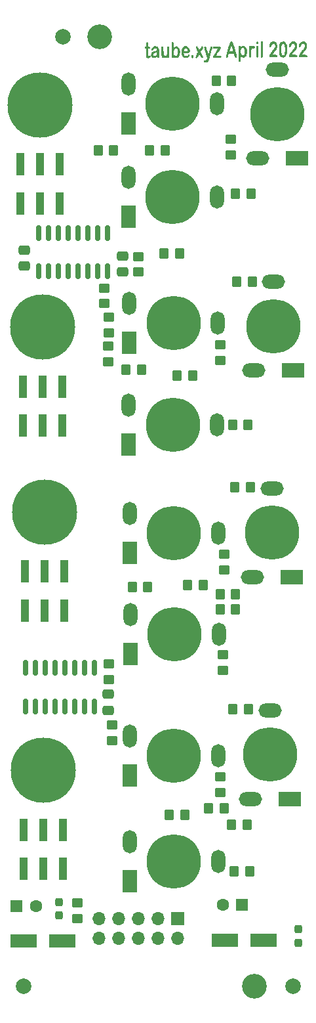
<source format=gbr>
%TF.GenerationSoftware,KiCad,Pcbnew,(6.0.2-0)*%
%TF.CreationDate,2022-04-19T15:29:28+02:00*%
%TF.ProjectId,blindeTaube,626c696e-6465-4546-9175-62652e6b6963,rev?*%
%TF.SameCoordinates,Original*%
%TF.FileFunction,Soldermask,Top*%
%TF.FilePolarity,Negative*%
%FSLAX46Y46*%
G04 Gerber Fmt 4.6, Leading zero omitted, Abs format (unit mm)*
G04 Created by KiCad (PCBNEW (6.0.2-0)) date 2022-04-19 15:29:28*
%MOMM*%
%LPD*%
G01*
G04 APERTURE LIST*
G04 Aperture macros list*
%AMRoundRect*
0 Rectangle with rounded corners*
0 $1 Rounding radius*
0 $2 $3 $4 $5 $6 $7 $8 $9 X,Y pos of 4 corners*
0 Add a 4 corners polygon primitive as box body*
4,1,4,$2,$3,$4,$5,$6,$7,$8,$9,$2,$3,0*
0 Add four circle primitives for the rounded corners*
1,1,$1+$1,$2,$3*
1,1,$1+$1,$4,$5*
1,1,$1+$1,$6,$7*
1,1,$1+$1,$8,$9*
0 Add four rect primitives between the rounded corners*
20,1,$1+$1,$2,$3,$4,$5,0*
20,1,$1+$1,$4,$5,$6,$7,0*
20,1,$1+$1,$6,$7,$8,$9,0*
20,1,$1+$1,$8,$9,$2,$3,0*%
G04 Aperture macros list end*
%ADD10RoundRect,0.250000X0.450000X-0.350000X0.450000X0.350000X-0.450000X0.350000X-0.450000X-0.350000X0*%
%ADD11RoundRect,0.250000X-0.350000X-0.450000X0.350000X-0.450000X0.350000X0.450000X-0.350000X0.450000X0*%
%ADD12C,8.400000*%
%ADD13R,1.000000X3.000000*%
%ADD14RoundRect,0.250000X0.475000X-0.337500X0.475000X0.337500X-0.475000X0.337500X-0.475000X-0.337500X0*%
%ADD15RoundRect,0.250000X-0.475000X0.337500X-0.475000X-0.337500X0.475000X-0.337500X0.475000X0.337500X0*%
%ADD16R,1.600000X1.600000*%
%ADD17C,1.600000*%
%ADD18RoundRect,0.250000X0.350000X0.450000X-0.350000X0.450000X-0.350000X-0.450000X0.350000X-0.450000X0*%
%ADD19C,2.000000*%
%ADD20RoundRect,0.250000X-0.450000X0.350000X-0.450000X-0.350000X0.450000X-0.350000X0.450000X0.350000X0*%
%ADD21C,7.000000*%
%ADD22R,3.000000X1.830000*%
%ADD23O,3.000000X1.800000*%
%ADD24R,1.830000X3.000000*%
%ADD25O,1.800000X3.000000*%
%ADD26RoundRect,0.150000X-0.150000X0.825000X-0.150000X-0.825000X0.150000X-0.825000X0.150000X0.825000X0*%
%ADD27RoundRect,0.237500X0.237500X-0.287500X0.237500X0.287500X-0.237500X0.287500X-0.237500X-0.287500X0*%
%ADD28C,3.200000*%
%ADD29R,3.500000X1.800000*%
%ADD30R,1.700000X1.700000*%
%ADD31O,1.700000X1.700000*%
G04 APERTURE END LIST*
%TO.C,april22-xl*%
G36*
X84646273Y-25282384D02*
G01*
X84690039Y-25321205D01*
X84700531Y-25335657D01*
X84709202Y-25352477D01*
X84716223Y-25375573D01*
X84721767Y-25408853D01*
X84726005Y-25456226D01*
X84729110Y-25521598D01*
X84731253Y-25608878D01*
X84732606Y-25721975D01*
X84733342Y-25864794D01*
X84733633Y-26041246D01*
X84733650Y-26255237D01*
X84733633Y-26311572D01*
X84733231Y-26553199D01*
X84732152Y-26755301D01*
X84730318Y-26920716D01*
X84727653Y-27052284D01*
X84724081Y-27152843D01*
X84719526Y-27225232D01*
X84713911Y-27272290D01*
X84707160Y-27296857D01*
X84707152Y-27296872D01*
X84658915Y-27351047D01*
X84593801Y-27369280D01*
X84548274Y-27360448D01*
X84504606Y-27327710D01*
X84479425Y-27287680D01*
X84474400Y-27253121D01*
X84469943Y-27179379D01*
X84466123Y-27069636D01*
X84463006Y-26927075D01*
X84460661Y-26754878D01*
X84459155Y-26556228D01*
X84458556Y-26334307D01*
X84458549Y-26304897D01*
X84458602Y-26082350D01*
X84458879Y-25898247D01*
X84459554Y-25748666D01*
X84460802Y-25629683D01*
X84462799Y-25537374D01*
X84465721Y-25467815D01*
X84469741Y-25417083D01*
X84475035Y-25381254D01*
X84481778Y-25356405D01*
X84490146Y-25338612D01*
X84500313Y-25323951D01*
X84502455Y-25321205D01*
X84549908Y-25280190D01*
X84596247Y-25265388D01*
X84646273Y-25282384D01*
G37*
G36*
X81581349Y-26310343D02*
G01*
X81583121Y-26177458D01*
X81586601Y-26072937D01*
X81592142Y-25993278D01*
X81600098Y-25934980D01*
X81610822Y-25894543D01*
X81624668Y-25868464D01*
X81641989Y-25853244D01*
X81663138Y-25845381D01*
X81688469Y-25841375D01*
X81691063Y-25841072D01*
X81760299Y-25851745D01*
X81812405Y-25898782D01*
X81843309Y-25978241D01*
X81845531Y-25990584D01*
X81858726Y-26073103D01*
X81896632Y-26015317D01*
X81937465Y-25968474D01*
X81996600Y-25917228D01*
X82024002Y-25897448D01*
X82129800Y-25849035D01*
X82239268Y-25839294D01*
X82347268Y-25865452D01*
X82448662Y-25924740D01*
X82538314Y-26014384D01*
X82611085Y-26131615D01*
X82651497Y-26235978D01*
X82677466Y-26361529D01*
X82690045Y-26511251D01*
X82689479Y-26670128D01*
X82676010Y-26823143D01*
X82649881Y-26955281D01*
X82639288Y-26989544D01*
X82573104Y-27135579D01*
X82488090Y-27247926D01*
X82386635Y-27324466D01*
X82271129Y-27363080D01*
X82213011Y-27367524D01*
X82099304Y-27351841D01*
X82002576Y-27301974D01*
X81919906Y-27220527D01*
X81854298Y-27140200D01*
X81853555Y-27457965D01*
X81852355Y-27589190D01*
X81848967Y-27685779D01*
X81842647Y-27755437D01*
X81832654Y-27805871D01*
X81818244Y-27844788D01*
X81815772Y-27849875D01*
X81768416Y-27909913D01*
X81709035Y-27932178D01*
X81644392Y-27914643D01*
X81630423Y-27905453D01*
X81620420Y-27896890D01*
X81612099Y-27884641D01*
X81605281Y-27864957D01*
X81599784Y-27834085D01*
X81595429Y-27788276D01*
X81592036Y-27723780D01*
X81589423Y-27636844D01*
X81587411Y-27523720D01*
X81585818Y-27380656D01*
X81584466Y-27203902D01*
X81583172Y-26989707D01*
X81582750Y-26914188D01*
X81581517Y-26675207D01*
X81581236Y-26578815D01*
X81874387Y-26578815D01*
X81879382Y-26719343D01*
X81896124Y-26827157D01*
X81927011Y-26910868D01*
X81974442Y-26979087D01*
X81990641Y-26996212D01*
X82069128Y-27050828D01*
X82152655Y-27066999D01*
X82233783Y-27043677D01*
X82250949Y-27032878D01*
X82289967Y-26993709D01*
X82331627Y-26934793D01*
X82345157Y-26911069D01*
X82367208Y-26862840D01*
X82381245Y-26811407D01*
X82388985Y-26745473D01*
X82392147Y-26653739D01*
X82392538Y-26599504D01*
X82391664Y-26494431D01*
X82387140Y-26419735D01*
X82377020Y-26363458D01*
X82359354Y-26313643D01*
X82339117Y-26271647D01*
X82294853Y-26199686D01*
X82246609Y-26156172D01*
X82205491Y-26136400D01*
X82116485Y-26121112D01*
X82037900Y-26144288D01*
X81972077Y-26202804D01*
X81921354Y-26293532D01*
X81888071Y-26413348D01*
X81874567Y-26559125D01*
X81874387Y-26578815D01*
X81581236Y-26578815D01*
X81580933Y-26475092D01*
X81581349Y-26310343D01*
G37*
G36*
X86261770Y-25319249D02*
G01*
X86376097Y-25380979D01*
X86469054Y-25474273D01*
X86537887Y-25592633D01*
X86579839Y-25729561D01*
X86592154Y-25878560D01*
X86572077Y-26033133D01*
X86569299Y-26044338D01*
X86542768Y-26136263D01*
X86511282Y-26216419D01*
X86469649Y-26293316D01*
X86412679Y-26375461D01*
X86335181Y-26471364D01*
X86246911Y-26572731D01*
X86150418Y-26683436D01*
X86066069Y-26784160D01*
X85997592Y-26870153D01*
X85948714Y-26936669D01*
X85923162Y-26978957D01*
X85920267Y-26988868D01*
X85940212Y-26993015D01*
X85995097Y-26997365D01*
X86077498Y-27001500D01*
X86179992Y-27005005D01*
X86229360Y-27006235D01*
X86350148Y-27009252D01*
X86435859Y-27012848D01*
X86493775Y-27018208D01*
X86531185Y-27026516D01*
X86555372Y-27038959D01*
X86573624Y-27056722D01*
X86578901Y-27063106D01*
X86612851Y-27132910D01*
X86616506Y-27209954D01*
X86590266Y-27278297D01*
X86572986Y-27298257D01*
X86554889Y-27312880D01*
X86532360Y-27323778D01*
X86499375Y-27331495D01*
X86449910Y-27336575D01*
X86377940Y-27339563D01*
X86277442Y-27341001D01*
X86142391Y-27341435D01*
X86094709Y-27341451D01*
X85662796Y-27341451D01*
X85600872Y-27279527D01*
X85554025Y-27213155D01*
X85540249Y-27136657D01*
X85559301Y-27043574D01*
X85589362Y-26970725D01*
X85635875Y-26888674D01*
X85707828Y-26783154D01*
X85800466Y-26660418D01*
X85909034Y-26526718D01*
X86028775Y-26388307D01*
X86051903Y-26362540D01*
X86174370Y-26209335D01*
X86255858Y-26066279D01*
X86296456Y-25933106D01*
X86296253Y-25809548D01*
X86267046Y-25718023D01*
X86213354Y-25637879D01*
X86142720Y-25594459D01*
X86062214Y-25583152D01*
X85975700Y-25603080D01*
X85903579Y-25662740D01*
X85846035Y-25761951D01*
X85825897Y-25816487D01*
X85790490Y-25915452D01*
X85757681Y-25979250D01*
X85722540Y-26014405D01*
X85680139Y-26027446D01*
X85666111Y-26028023D01*
X85605788Y-26009450D01*
X85564680Y-25957801D01*
X85545873Y-25879180D01*
X85549460Y-25797501D01*
X85590091Y-25642058D01*
X85659615Y-25510846D01*
X85753445Y-25406944D01*
X85866995Y-25333434D01*
X85995677Y-25293393D01*
X86134905Y-25289902D01*
X86261770Y-25319249D01*
G37*
G36*
X88659691Y-25291507D02*
G01*
X88811057Y-25321323D01*
X88935574Y-25383458D01*
X89032076Y-25476535D01*
X89099397Y-25599176D01*
X89136370Y-25750004D01*
X89143579Y-25863159D01*
X89137002Y-25984963D01*
X89114141Y-26096801D01*
X89071508Y-26205871D01*
X89005614Y-26319376D01*
X88912972Y-26444514D01*
X88794667Y-26583357D01*
X88715143Y-26674183D01*
X88639903Y-26762935D01*
X88576524Y-26840491D01*
X88532580Y-26897728D01*
X88526692Y-26906077D01*
X88460350Y-27002502D01*
X88746359Y-27002502D01*
X88884443Y-27004189D01*
X88986587Y-27010260D01*
X89059123Y-27022228D01*
X89108380Y-27041606D01*
X89140691Y-27069908D01*
X89159132Y-27101164D01*
X89180961Y-27179496D01*
X89165357Y-27245136D01*
X89130654Y-27289453D01*
X89111926Y-27307183D01*
X89092113Y-27320321D01*
X89065031Y-27329531D01*
X89024496Y-27335479D01*
X88964326Y-27338829D01*
X88878335Y-27340245D01*
X88760341Y-27340392D01*
X88659303Y-27340108D01*
X88527438Y-27338777D01*
X88407777Y-27335860D01*
X88307667Y-27331674D01*
X88234456Y-27326534D01*
X88195488Y-27320754D01*
X88193670Y-27320119D01*
X88139654Y-27277147D01*
X88108802Y-27206576D01*
X88102705Y-27117271D01*
X88122954Y-27018096D01*
X88134141Y-26988372D01*
X88173387Y-26914613D01*
X88238402Y-26816563D01*
X88324976Y-26699870D01*
X88428898Y-26570183D01*
X88545959Y-26433148D01*
X88559358Y-26417981D01*
X88630997Y-26335335D01*
X88696235Y-26256792D01*
X88747456Y-26191723D01*
X88775373Y-26152266D01*
X88826921Y-26042421D01*
X88850932Y-25930767D01*
X88849247Y-25824097D01*
X88823705Y-25729207D01*
X88776146Y-25652890D01*
X88708410Y-25601941D01*
X88622337Y-25583155D01*
X88621268Y-25583152D01*
X88538309Y-25599489D01*
X88469822Y-25650316D01*
X88413031Y-25738358D01*
X88379942Y-25820105D01*
X88345760Y-25914677D01*
X88318063Y-25975626D01*
X88291710Y-26010073D01*
X88261560Y-26025138D01*
X88229814Y-26028023D01*
X88165307Y-26010374D01*
X88123256Y-25959914D01*
X88104678Y-25880376D01*
X88110587Y-25775494D01*
X88133819Y-25675201D01*
X88194639Y-25533735D01*
X88284465Y-25422807D01*
X88404382Y-25341093D01*
X88408610Y-25339003D01*
X88485382Y-25305296D01*
X88549430Y-25290071D01*
X88623498Y-25289026D01*
X88659691Y-25291507D01*
G37*
G36*
X84094219Y-25877877D02*
G01*
X84124863Y-25922101D01*
X84135828Y-25948153D01*
X84144423Y-25980705D01*
X84150929Y-26024879D01*
X84155624Y-26085797D01*
X84158790Y-26168579D01*
X84160705Y-26278346D01*
X84161649Y-26420220D01*
X84161902Y-26599323D01*
X84161902Y-26600000D01*
X84161651Y-26779237D01*
X84160709Y-26921229D01*
X84158798Y-27031097D01*
X84155638Y-27113961D01*
X84150948Y-27174944D01*
X84144449Y-27219167D01*
X84135861Y-27251750D01*
X84124904Y-27277815D01*
X84124863Y-27277898D01*
X84077546Y-27337103D01*
X84017986Y-27361631D01*
X83956027Y-27349530D01*
X83917266Y-27319070D01*
X83905797Y-27304416D01*
X83896670Y-27285491D01*
X83889619Y-27257658D01*
X83884376Y-27216281D01*
X83880677Y-27156723D01*
X83878254Y-27074347D01*
X83876842Y-26964516D01*
X83876174Y-26822594D01*
X83875984Y-26643944D01*
X83875980Y-26600000D01*
X83876101Y-26412791D01*
X83876643Y-26263314D01*
X83877872Y-26146932D01*
X83880053Y-26059008D01*
X83883454Y-25994905D01*
X83888340Y-25949987D01*
X83894978Y-25919617D01*
X83903633Y-25899157D01*
X83914572Y-25883972D01*
X83917266Y-25880929D01*
X83975183Y-25842595D01*
X84037449Y-25842228D01*
X84094219Y-25877877D01*
G37*
G36*
X83543609Y-25851765D02*
G01*
X83623258Y-25890448D01*
X83681111Y-25946631D01*
X83712618Y-26013532D01*
X83713227Y-26084369D01*
X83678386Y-26152360D01*
X83666675Y-26165108D01*
X83635125Y-26193794D01*
X83606650Y-26204786D01*
X83566095Y-26199899D01*
X83508817Y-26184036D01*
X83420837Y-26166370D01*
X83357702Y-26176518D01*
X83309539Y-26218004D01*
X83280460Y-26265611D01*
X83260493Y-26326396D01*
X83243007Y-26423444D01*
X83228590Y-26550695D01*
X83217829Y-26702086D01*
X83211312Y-26871556D01*
X83209597Y-26996209D01*
X83207166Y-27097461D01*
X83201301Y-27187394D01*
X83192943Y-27254899D01*
X83185153Y-27285157D01*
X83140732Y-27341056D01*
X83079150Y-27366892D01*
X83024696Y-27360962D01*
X82997080Y-27348794D01*
X82974943Y-27331942D01*
X82957684Y-27305965D01*
X82944697Y-27266425D01*
X82935381Y-27208883D01*
X82929130Y-27128898D01*
X82925342Y-27022033D01*
X82923413Y-26883847D01*
X82922740Y-26709902D01*
X82922685Y-26610592D01*
X82923057Y-26411313D01*
X82924615Y-26250250D01*
X82928028Y-26123256D01*
X82933963Y-26026181D01*
X82943088Y-25954876D01*
X82956071Y-25905194D01*
X82973580Y-25872984D01*
X82996282Y-25854099D01*
X83024844Y-25844389D01*
X83046525Y-25841072D01*
X83116110Y-25851792D01*
X83168210Y-25898724D01*
X83196604Y-25970849D01*
X83207364Y-26014360D01*
X83217838Y-26020654D01*
X83233648Y-25996247D01*
X83300371Y-25903865D01*
X83377870Y-25850715D01*
X83446717Y-25837364D01*
X83543609Y-25851765D01*
G37*
G36*
X84080140Y-25305158D02*
G01*
X84127543Y-25357414D01*
X84150074Y-25438091D01*
X84151376Y-25466639D01*
X84137214Y-25550203D01*
X84099990Y-25610602D01*
X84047595Y-25643784D01*
X83987919Y-25645700D01*
X83928856Y-25612298D01*
X83909294Y-25590888D01*
X83875009Y-25521044D01*
X83869378Y-25445263D01*
X83888810Y-25374199D01*
X83929710Y-25318505D01*
X83988484Y-25288837D01*
X84011932Y-25286572D01*
X84080140Y-25305158D01*
G37*
G36*
X80203442Y-26254603D02*
G01*
X80271095Y-26028386D01*
X80328428Y-25839500D01*
X80376939Y-25684590D01*
X80418123Y-25560299D01*
X80453478Y-25463273D01*
X80484501Y-25390154D01*
X80512688Y-25337587D01*
X80539536Y-25302216D01*
X80566543Y-25280686D01*
X80595205Y-25269640D01*
X80627018Y-25265722D01*
X80644671Y-25265388D01*
X80727475Y-25277753D01*
X80788350Y-25319415D01*
X80833245Y-25387906D01*
X80850166Y-25429585D01*
X80876859Y-25505489D01*
X80911691Y-25610230D01*
X80953026Y-25738424D01*
X80999229Y-25884685D01*
X81048665Y-26043627D01*
X81099700Y-26209864D01*
X81150698Y-26378011D01*
X81200024Y-26542683D01*
X81246044Y-26698493D01*
X81287123Y-26840055D01*
X81321626Y-26961985D01*
X81347917Y-27058897D01*
X81364363Y-27125404D01*
X81369379Y-27154004D01*
X81366611Y-27219322D01*
X81356718Y-27272834D01*
X81321363Y-27324216D01*
X81263439Y-27358246D01*
X81200569Y-27366023D01*
X81181660Y-27361280D01*
X81149032Y-27343039D01*
X81120765Y-27310922D01*
X81093409Y-27258192D01*
X81063513Y-27178109D01*
X81027628Y-27063934D01*
X81025093Y-27055463D01*
X80968153Y-26864804D01*
X80343751Y-26864804D01*
X80281086Y-27076647D01*
X80251611Y-27169206D01*
X80222312Y-27249152D01*
X80197284Y-27305880D01*
X80184993Y-27325563D01*
X80131632Y-27359028D01*
X80071960Y-27358513D01*
X80015217Y-27329453D01*
X79970638Y-27277281D01*
X79947460Y-27207430D01*
X79946063Y-27185008D01*
X79951947Y-27151025D01*
X79968857Y-27081086D01*
X79995522Y-26979782D01*
X80030671Y-26851703D01*
X80073036Y-26701439D01*
X80121345Y-26533580D01*
X80123168Y-26527357D01*
X80433528Y-26527357D01*
X80453260Y-26531071D01*
X80506651Y-26534052D01*
X80584994Y-26535948D01*
X80658230Y-26536447D01*
X80762529Y-26535215D01*
X80829724Y-26531093D01*
X80865022Y-26523439D01*
X80873628Y-26511612D01*
X80873145Y-26509966D01*
X80864662Y-26481843D01*
X80847050Y-26419827D01*
X80822262Y-26330919D01*
X80792250Y-26222122D01*
X80761000Y-26107891D01*
X80728246Y-25989681D01*
X80698936Y-25887632D01*
X80674940Y-25807955D01*
X80658129Y-25756862D01*
X80650402Y-25740534D01*
X80643081Y-25761894D01*
X80626914Y-25816443D01*
X80604032Y-25896447D01*
X80576567Y-25994176D01*
X80546651Y-26101895D01*
X80516413Y-26211873D01*
X80487987Y-26316375D01*
X80463503Y-26407670D01*
X80445093Y-26478025D01*
X80434887Y-26519706D01*
X80433528Y-26527357D01*
X80123168Y-26527357D01*
X80174330Y-26352716D01*
X80203442Y-26254603D01*
G37*
G36*
X86813671Y-26137925D02*
G01*
X86821075Y-25996431D01*
X86832747Y-25878436D01*
X86840361Y-25830740D01*
X86887029Y-25658827D01*
X86954776Y-25515574D01*
X87041137Y-25406123D01*
X87046440Y-25401127D01*
X87144628Y-25329152D01*
X87249394Y-25293931D01*
X87370225Y-25290891D01*
X87500723Y-25321397D01*
X87612087Y-25389477D01*
X87704110Y-25494796D01*
X87776589Y-25637024D01*
X87829318Y-25815829D01*
X87862091Y-26030878D01*
X87867582Y-26096377D01*
X87877539Y-26370005D01*
X87866866Y-26612588D01*
X87835992Y-26823109D01*
X87785346Y-27000547D01*
X87715355Y-27143884D01*
X87626450Y-27252100D01*
X87519057Y-27324177D01*
X87393607Y-27359096D01*
X87335164Y-27362435D01*
X87229980Y-27350678D01*
X87139454Y-27312024D01*
X87138365Y-27311372D01*
X87033282Y-27224505D01*
X86945391Y-27102254D01*
X86877336Y-26949025D01*
X86840576Y-26814893D01*
X86826679Y-26720040D01*
X86817038Y-26593974D01*
X86811655Y-26447638D01*
X86811198Y-26384247D01*
X87102861Y-26384247D01*
X87106237Y-26533812D01*
X87108395Y-26578815D01*
X87125508Y-26757249D01*
X87155013Y-26895809D01*
X87196837Y-26994283D01*
X87250907Y-27052457D01*
X87272926Y-27063337D01*
X87324808Y-27080741D01*
X87358667Y-27083033D01*
X87396072Y-27070178D01*
X87411744Y-27063119D01*
X87463131Y-27025447D01*
X87504168Y-26962159D01*
X87535529Y-26870226D01*
X87557891Y-26746616D01*
X87571930Y-26588299D01*
X87578322Y-26392245D01*
X87578878Y-26314011D01*
X87575606Y-26105557D01*
X87564312Y-25936165D01*
X87543946Y-25803105D01*
X87513456Y-25703649D01*
X87471792Y-25635067D01*
X87417904Y-25594630D01*
X87350740Y-25579608D01*
X87297248Y-25582478D01*
X87242754Y-25609070D01*
X87191849Y-25667309D01*
X87153263Y-25746786D01*
X87149443Y-25758678D01*
X87133218Y-25836451D01*
X87119981Y-25947207D01*
X87110199Y-26081632D01*
X87104336Y-26230416D01*
X87102861Y-26384247D01*
X86811198Y-26384247D01*
X86810532Y-26291974D01*
X86813671Y-26137925D01*
G37*
G36*
X90096132Y-25319249D02*
G01*
X90210459Y-25380979D01*
X90303416Y-25474273D01*
X90372249Y-25592633D01*
X90414201Y-25729561D01*
X90426516Y-25878560D01*
X90406439Y-26033133D01*
X90403661Y-26044338D01*
X90378586Y-26132175D01*
X90349423Y-26208229D01*
X90311111Y-26280798D01*
X90258585Y-26358177D01*
X90186781Y-26448662D01*
X90090635Y-26560550D01*
X90083896Y-26568223D01*
X89985876Y-26681642D01*
X89900676Y-26783987D01*
X89831845Y-26870725D01*
X89782931Y-26937323D01*
X89757481Y-26979248D01*
X89754629Y-26988868D01*
X89774574Y-26993015D01*
X89829459Y-26997365D01*
X89911860Y-27001500D01*
X90014354Y-27005005D01*
X90063722Y-27006235D01*
X90184510Y-27009252D01*
X90270220Y-27012848D01*
X90328137Y-27018208D01*
X90365547Y-27026516D01*
X90389734Y-27038959D01*
X90407986Y-27056722D01*
X90413263Y-27063106D01*
X90447213Y-27132910D01*
X90450868Y-27209954D01*
X90424628Y-27278297D01*
X90407348Y-27298257D01*
X90389251Y-27312880D01*
X90366722Y-27323778D01*
X90333737Y-27331495D01*
X90284272Y-27336575D01*
X90212302Y-27339563D01*
X90111804Y-27341001D01*
X89976753Y-27341435D01*
X89929071Y-27341451D01*
X89497158Y-27341451D01*
X89435234Y-27279527D01*
X89389411Y-27215180D01*
X89373392Y-27140741D01*
X89388039Y-27052796D01*
X89434215Y-26947932D01*
X89512782Y-26822737D01*
X89570674Y-26743234D01*
X89650624Y-26640806D01*
X89742138Y-26528561D01*
X89830841Y-26423954D01*
X89871812Y-26377564D01*
X89940827Y-26297300D01*
X90003372Y-26218002D01*
X90050803Y-26150958D01*
X90069079Y-26120000D01*
X90118607Y-25988922D01*
X90133660Y-25864073D01*
X90114453Y-25751647D01*
X90061202Y-25657836D01*
X90052627Y-25648223D01*
X89999900Y-25602875D01*
X89942783Y-25585003D01*
X89903382Y-25583152D01*
X89821509Y-25598069D01*
X89753935Y-25645089D01*
X89697332Y-25727616D01*
X89650915Y-25841322D01*
X89616857Y-25933307D01*
X89585055Y-25990308D01*
X89549583Y-26018911D01*
X89504514Y-26025705D01*
X89486301Y-26024258D01*
X89425789Y-25998791D01*
X89390457Y-25940188D01*
X89380963Y-25849862D01*
X89384497Y-25805588D01*
X89420950Y-25650195D01*
X89487121Y-25518268D01*
X89578386Y-25412970D01*
X89690117Y-25337461D01*
X89817687Y-25294905D01*
X89956471Y-25288462D01*
X90096132Y-25319249D01*
G37*
%TO.C,taubexyz-xl*%
G36*
X72921766Y-26362002D02*
G01*
X72923263Y-26137724D01*
X72924783Y-25951966D01*
X72926505Y-25800879D01*
X72928613Y-25680615D01*
X72931286Y-25587325D01*
X72934706Y-25517161D01*
X72939055Y-25466273D01*
X72944515Y-25430814D01*
X72951265Y-25406935D01*
X72959489Y-25390786D01*
X72968046Y-25379962D01*
X73026244Y-25341487D01*
X73088652Y-25343206D01*
X73141546Y-25379917D01*
X73156862Y-25401104D01*
X73168085Y-25430283D01*
X73176036Y-25474266D01*
X73181536Y-25539860D01*
X73185405Y-25633878D01*
X73188463Y-25763127D01*
X73188604Y-25770331D01*
X73195306Y-26116216D01*
X73269443Y-26034156D01*
X73358165Y-25958678D01*
X73459917Y-25918406D01*
X73583116Y-25910284D01*
X73606434Y-25911850D01*
X73727442Y-25941807D01*
X73830375Y-26009304D01*
X73914081Y-26113040D01*
X73977406Y-26251710D01*
X74008325Y-26365717D01*
X74034616Y-26550861D01*
X74036930Y-26735437D01*
X74016665Y-26911771D01*
X73975216Y-27072191D01*
X73913981Y-27209023D01*
X73835890Y-27313070D01*
X73730746Y-27392076D01*
X73616734Y-27432319D01*
X73500455Y-27434166D01*
X73388507Y-27397986D01*
X73287492Y-27324146D01*
X73248631Y-27280362D01*
X73198138Y-27215843D01*
X73184309Y-27289554D01*
X73148651Y-27375303D01*
X73078899Y-27435933D01*
X73075980Y-27437518D01*
X73041396Y-27439533D01*
X73006823Y-27430717D01*
X72963575Y-27397927D01*
X72937346Y-27356028D01*
X72931807Y-27319163D01*
X72927348Y-27241614D01*
X72923996Y-27125051D01*
X72921775Y-26971144D01*
X72920714Y-26781566D01*
X72920734Y-26744572D01*
X73214768Y-26744572D01*
X73218477Y-26826668D01*
X73230160Y-26891426D01*
X73244139Y-26934308D01*
X73297541Y-27032790D01*
X73366948Y-27099411D01*
X73446335Y-27131780D01*
X73529677Y-27127505D01*
X73610948Y-27084195D01*
X73614496Y-27081260D01*
X73679008Y-26999848D01*
X73720886Y-26884208D01*
X73739635Y-26736240D01*
X73738337Y-26607239D01*
X73725698Y-26480515D01*
X73703007Y-26385196D01*
X73682466Y-26336406D01*
X73621968Y-26251994D01*
X73548691Y-26203354D01*
X73469089Y-26191846D01*
X73389616Y-26218833D01*
X73335758Y-26263231D01*
X73288235Y-26320594D01*
X73256040Y-26379136D01*
X73235651Y-26449900D01*
X73223550Y-26543931D01*
X73217964Y-26632826D01*
X73214768Y-26744572D01*
X72920734Y-26744572D01*
X72920837Y-26557987D01*
X72921766Y-26362002D01*
G37*
G36*
X71827282Y-25933962D02*
G01*
X71856344Y-25963182D01*
X71871799Y-25985500D01*
X71883143Y-26011727D01*
X71891005Y-26048361D01*
X71896017Y-26101900D01*
X71898808Y-26178841D01*
X71900008Y-26285683D01*
X71900250Y-26415753D01*
X71901901Y-26604042D01*
X71907263Y-26754728D01*
X71916951Y-26872465D01*
X71931580Y-26961905D01*
X71951763Y-27027703D01*
X71978115Y-27074511D01*
X71988927Y-27087288D01*
X72053469Y-27129987D01*
X72125778Y-27134308D01*
X72199908Y-27101963D01*
X72269912Y-27034660D01*
X72294808Y-26999311D01*
X72308247Y-26973742D01*
X72318666Y-26940785D01*
X72326642Y-26894485D01*
X72332751Y-26828884D01*
X72337569Y-26738027D01*
X72341673Y-26615956D01*
X72345121Y-26479281D01*
X72349137Y-26324157D01*
X72353428Y-26205590D01*
X72358537Y-26117772D01*
X72365007Y-26054891D01*
X72373383Y-26011139D01*
X72384207Y-25980705D01*
X72393274Y-25964607D01*
X72445001Y-25918619D01*
X72508471Y-25908036D01*
X72570955Y-25933675D01*
X72590754Y-25951925D01*
X72602158Y-25966947D01*
X72611279Y-25987206D01*
X72618429Y-26017400D01*
X72623921Y-26062226D01*
X72628067Y-26126382D01*
X72631181Y-26214567D01*
X72633575Y-26331478D01*
X72635563Y-26481812D01*
X72637270Y-26650388D01*
X72638767Y-26840033D01*
X72639190Y-26991931D01*
X72638374Y-27110696D01*
X72636154Y-27200939D01*
X72632363Y-27267273D01*
X72626838Y-27314312D01*
X72619413Y-27346666D01*
X72611638Y-27365770D01*
X72565330Y-27423060D01*
X72506864Y-27439861D01*
X72458451Y-27427188D01*
X72408649Y-27384253D01*
X72375478Y-27315124D01*
X72366305Y-27251511D01*
X72364284Y-27224139D01*
X72353726Y-27220291D01*
X72327888Y-27242923D01*
X72288456Y-27285655D01*
X72204568Y-27365735D01*
X72123489Y-27412261D01*
X72033085Y-27431323D01*
X71995580Y-27432635D01*
X71878831Y-27415981D01*
X71782043Y-27363645D01*
X71724527Y-27306828D01*
X71692741Y-27265976D01*
X71667733Y-27223974D01*
X71648696Y-27175282D01*
X71634823Y-27114361D01*
X71625309Y-27035672D01*
X71619345Y-26933675D01*
X71616126Y-26802831D01*
X71614845Y-26637600D01*
X71614687Y-26552640D01*
X71614825Y-26386515D01*
X71615762Y-26257362D01*
X71617841Y-26159789D01*
X71621402Y-26088403D01*
X71626785Y-26037810D01*
X71634331Y-26002617D01*
X71644381Y-25977431D01*
X71651823Y-25964775D01*
X71703518Y-25917409D01*
X71765474Y-25907111D01*
X71827282Y-25933962D01*
G37*
G36*
X70333465Y-26792609D02*
G01*
X70366402Y-26739620D01*
X70406428Y-26695744D01*
X70458315Y-26657182D01*
X70528681Y-26620750D01*
X70624144Y-26583261D01*
X70751322Y-26541532D01*
X70823358Y-26519720D01*
X71049301Y-26452532D01*
X71037889Y-26375903D01*
X71015738Y-26280123D01*
X70980355Y-26218480D01*
X70926829Y-26183570D01*
X70905962Y-26177064D01*
X70803159Y-26167104D01*
X70711852Y-26194564D01*
X70629454Y-26260959D01*
X70553377Y-26367807D01*
X70540143Y-26391474D01*
X70495425Y-26444363D01*
X70442824Y-26455906D01*
X70385486Y-26425638D01*
X70374979Y-26415788D01*
X70337228Y-26350782D01*
X70331999Y-26271177D01*
X70355598Y-26184368D01*
X70404334Y-26097747D01*
X70474514Y-26018708D01*
X70562444Y-25954645D01*
X70618693Y-25927820D01*
X70701562Y-25908572D01*
X70808381Y-25901628D01*
X70922732Y-25906425D01*
X71028198Y-25922400D01*
X71098434Y-25944275D01*
X71168849Y-25982017D01*
X71223744Y-26029088D01*
X71264897Y-26090786D01*
X71294085Y-26172406D01*
X71313085Y-26279245D01*
X71323676Y-26416599D01*
X71327635Y-26589766D01*
X71327785Y-26627631D01*
X71330546Y-26780676D01*
X71337788Y-26927082D01*
X71348712Y-27054187D01*
X71359814Y-27134882D01*
X71375088Y-27243045D01*
X71374890Y-27319578D01*
X71357151Y-27373045D01*
X71319803Y-27412006D01*
X71288169Y-27431424D01*
X71240888Y-27434655D01*
X71186214Y-27405072D01*
X71133087Y-27348958D01*
X71104022Y-27302018D01*
X71071277Y-27238694D01*
X71003820Y-27293425D01*
X70869696Y-27382771D01*
X70738412Y-27431353D01*
X70611479Y-27438686D01*
X70571465Y-27432118D01*
X70464529Y-27389948D01*
X70381451Y-27314123D01*
X70356023Y-27277358D01*
X70306130Y-27162311D01*
X70285896Y-27035023D01*
X70289385Y-26986694D01*
X70581045Y-26986694D01*
X70597903Y-27075568D01*
X70643850Y-27138917D01*
X70711944Y-27173507D01*
X70795245Y-27176106D01*
X70886812Y-27143482D01*
X70900566Y-27135512D01*
X70955667Y-27088240D01*
X70996314Y-27030109D01*
X70998852Y-27024373D01*
X71014906Y-26972432D01*
X71029374Y-26903716D01*
X71040788Y-26829733D01*
X71047678Y-26761990D01*
X71048574Y-26711992D01*
X71042009Y-26691248D01*
X71041395Y-26691184D01*
X71015333Y-26697328D01*
X70959413Y-26713706D01*
X70883998Y-26737237D01*
X70853952Y-26746904D01*
X70737573Y-26789572D01*
X70657721Y-26832292D01*
X70608835Y-26879952D01*
X70585350Y-26937441D01*
X70581045Y-26986694D01*
X70289385Y-26986694D01*
X70295087Y-26907715D01*
X70333465Y-26792609D01*
G37*
G36*
X69799318Y-25386072D02*
G01*
X69852714Y-25425592D01*
X69856926Y-25429754D01*
X69880249Y-25455957D01*
X69895323Y-25484785D01*
X69903934Y-25525694D01*
X69907867Y-25588136D01*
X69908906Y-25681568D01*
X69908924Y-25705150D01*
X69908924Y-25928548D01*
X69990378Y-25928548D01*
X70071033Y-25943950D01*
X70122125Y-25988986D01*
X70141786Y-26061905D01*
X70141952Y-26070617D01*
X70128417Y-26134491D01*
X70084552Y-26176571D01*
X70005465Y-26201337D01*
X69997847Y-26202643D01*
X69919516Y-26215494D01*
X69920416Y-26617518D01*
X69921530Y-26747963D01*
X69924083Y-26867411D01*
X69927786Y-26967971D01*
X69932351Y-27041754D01*
X69937359Y-27080392D01*
X69949742Y-27116555D01*
X69970175Y-27132963D01*
X70011446Y-27135099D01*
X70056219Y-27131363D01*
X70141811Y-27129216D01*
X70195805Y-27145141D01*
X70226403Y-27182677D01*
X70234951Y-27208459D01*
X70235766Y-27285746D01*
X70200878Y-27351103D01*
X70136101Y-27401050D01*
X70047250Y-27432109D01*
X69940140Y-27440800D01*
X69860799Y-27432331D01*
X69765407Y-27395506D01*
X69695031Y-27325184D01*
X69657839Y-27244060D01*
X69649096Y-27191588D01*
X69642129Y-27100714D01*
X69637111Y-26975374D01*
X69634210Y-26819505D01*
X69633528Y-26683430D01*
X69633528Y-26203945D01*
X69583851Y-26203945D01*
X69523948Y-26184942D01*
X69480475Y-26135866D01*
X69464054Y-26069875D01*
X69480571Y-26009343D01*
X69521576Y-25957940D01*
X69574246Y-25930135D01*
X69589285Y-25928548D01*
X69607101Y-25925137D01*
X69619216Y-25910082D01*
X69627099Y-25876150D01*
X69632216Y-25816109D01*
X69636035Y-25722726D01*
X69636950Y-25693608D01*
X69640780Y-25589763D01*
X69645934Y-25519571D01*
X69654220Y-25474321D01*
X69667447Y-25445300D01*
X69687425Y-25423796D01*
X69694132Y-25418212D01*
X69750631Y-25383908D01*
X69799318Y-25386072D01*
G37*
G36*
X74253509Y-26348463D02*
G01*
X74261295Y-26322087D01*
X74326290Y-26175967D01*
X74413740Y-26058398D01*
X74518562Y-25971176D01*
X74635673Y-25916098D01*
X74759992Y-25894961D01*
X74886437Y-25909562D01*
X75009924Y-25961699D01*
X75097451Y-26026434D01*
X75195546Y-26138614D01*
X75260085Y-26270486D01*
X75292911Y-26426545D01*
X75298016Y-26515544D01*
X75296099Y-26596657D01*
X75284360Y-26658970D01*
X75257976Y-26704935D01*
X75212123Y-26737008D01*
X75141979Y-26757640D01*
X75042720Y-26769285D01*
X74909523Y-26774398D01*
X74787144Y-26775416D01*
X74506981Y-26775921D01*
X74518580Y-26844770D01*
X74554512Y-26984807D01*
X74608810Y-27086793D01*
X74681653Y-27150943D01*
X74773217Y-27177473D01*
X74795180Y-27178284D01*
X74876019Y-27165700D01*
X74953087Y-27125043D01*
X75034321Y-27051515D01*
X75068956Y-27012763D01*
X75135879Y-26949629D01*
X75194772Y-26924028D01*
X75242671Y-26936503D01*
X75271673Y-26975551D01*
X75286055Y-27056641D01*
X75262859Y-27148211D01*
X75203748Y-27244758D01*
X75182922Y-27269745D01*
X75073714Y-27363542D01*
X74944714Y-27420344D01*
X74797875Y-27439516D01*
X74687252Y-27430487D01*
X74558187Y-27389094D01*
X74444151Y-27310344D01*
X74348601Y-27197634D01*
X74274991Y-27054363D01*
X74258689Y-27008949D01*
X74233809Y-26897167D01*
X74220908Y-26759996D01*
X74219930Y-26612666D01*
X74225269Y-26542894D01*
X74511392Y-26542894D01*
X75014345Y-26542894D01*
X75014345Y-26478660D01*
X75001685Y-26398455D01*
X74969522Y-26309585D01*
X74926586Y-26234756D01*
X74915300Y-26221022D01*
X74870669Y-26190608D01*
X74811988Y-26170563D01*
X74721438Y-26172576D01*
X74644155Y-26213066D01*
X74582744Y-26289504D01*
X74539813Y-26399363D01*
X74529817Y-26444266D01*
X74511392Y-26542894D01*
X74225269Y-26542894D01*
X74230816Y-26470411D01*
X74253509Y-26348463D01*
G37*
G36*
X77359231Y-25936893D02*
G01*
X77375935Y-25956647D01*
X77390174Y-25990459D01*
X77412879Y-26059042D01*
X77442180Y-26156074D01*
X77476210Y-26275237D01*
X77513100Y-26410211D01*
X77538785Y-26507490D01*
X77575007Y-26645692D01*
X77607769Y-26768884D01*
X77635576Y-26871592D01*
X77656932Y-26948339D01*
X77670343Y-26993649D01*
X77674290Y-27003704D01*
X77680899Y-26982615D01*
X77696785Y-26926296D01*
X77720382Y-26840475D01*
X77750122Y-26730880D01*
X77784438Y-26603238D01*
X77807971Y-26515122D01*
X77853892Y-26343518D01*
X77890925Y-26208445D01*
X77920916Y-26105451D01*
X77945705Y-26030078D01*
X77967137Y-25977873D01*
X77987055Y-25944380D01*
X78007302Y-25925144D01*
X78029720Y-25915710D01*
X78056153Y-25911623D01*
X78057704Y-25911470D01*
X78123239Y-25923224D01*
X78169223Y-25969150D01*
X78190916Y-26043726D01*
X78191993Y-26067921D01*
X78185946Y-26107419D01*
X78168884Y-26181812D01*
X78142427Y-26285558D01*
X78108194Y-26413110D01*
X78067807Y-26558924D01*
X78022883Y-26717456D01*
X77975043Y-26883160D01*
X77925907Y-27050492D01*
X77877095Y-27213907D01*
X77830226Y-27367861D01*
X77786920Y-27506809D01*
X77748797Y-27625205D01*
X77717477Y-27717506D01*
X77694579Y-27778166D01*
X77688395Y-27791822D01*
X77630925Y-27888505D01*
X77567936Y-27950282D01*
X77488773Y-27984301D01*
X77382782Y-27997712D01*
X77381465Y-27997770D01*
X77306453Y-27998846D01*
X77245869Y-27995824D01*
X77217515Y-27990699D01*
X77150068Y-27943619D01*
X77114861Y-27875455D01*
X77115382Y-27796240D01*
X77133523Y-27749007D01*
X77156446Y-27723760D01*
X77197947Y-27711304D01*
X77267938Y-27708031D01*
X77348863Y-27702338D01*
X77398264Y-27683631D01*
X77412196Y-27670959D01*
X77444182Y-27620064D01*
X77476611Y-27548174D01*
X77502277Y-27473712D01*
X77513971Y-27415097D01*
X77514095Y-27410534D01*
X77508086Y-27380037D01*
X77491096Y-27314534D01*
X77464681Y-27219493D01*
X77430398Y-27100379D01*
X77389802Y-26962658D01*
X77344449Y-26811797D01*
X77331779Y-26770137D01*
X77272670Y-26574305D01*
X77226087Y-26414480D01*
X77191263Y-26286436D01*
X77167436Y-26185948D01*
X77153841Y-26108792D01*
X77149712Y-26050742D01*
X77154287Y-26007575D01*
X77166799Y-25975066D01*
X77183725Y-25951966D01*
X77240436Y-25914642D01*
X77303785Y-25909735D01*
X77359231Y-25936893D01*
G37*
G36*
X76221842Y-25914926D02*
G01*
X76259027Y-25940803D01*
X76300836Y-25989782D01*
X76351181Y-26066650D01*
X76413975Y-26176193D01*
X76432074Y-26209241D01*
X76472655Y-26282344D01*
X76505474Y-26338698D01*
X76525544Y-26369862D01*
X76529065Y-26373419D01*
X76541484Y-26355929D01*
X76568914Y-26308730D01*
X76606867Y-26239729D01*
X76637299Y-26182680D01*
X76684131Y-26096994D01*
X76728213Y-26021826D01*
X76763238Y-25967672D01*
X76777265Y-25949653D01*
X76835313Y-25913234D01*
X76900408Y-25909917D01*
X76957761Y-25938914D01*
X76975782Y-25960231D01*
X76995130Y-26001488D01*
X76999414Y-26049055D01*
X76986850Y-26108978D01*
X76955651Y-26187305D01*
X76904032Y-26290080D01*
X76848684Y-26390684D01*
X76713786Y-26630384D01*
X76870321Y-26933128D01*
X76929704Y-27052025D01*
X76977284Y-27155442D01*
X77010291Y-27236900D01*
X77025953Y-27289919D01*
X77026856Y-27299194D01*
X77008329Y-27369206D01*
X76958892Y-27416727D01*
X76893864Y-27432635D01*
X76854986Y-27423978D01*
X76815456Y-27395035D01*
X76771846Y-27341352D01*
X76720725Y-27258475D01*
X76658664Y-27141949D01*
X76637010Y-27098982D01*
X76595723Y-27017821D01*
X76561305Y-26953054D01*
X76538065Y-26912619D01*
X76530640Y-26903027D01*
X76517832Y-26920508D01*
X76489636Y-26967913D01*
X76450416Y-27037684D01*
X76411327Y-27109574D01*
X76340003Y-27239559D01*
X76282914Y-27334583D01*
X76236327Y-27398056D01*
X76196505Y-27433384D01*
X76159714Y-27443976D01*
X76122217Y-27433240D01*
X76084405Y-27407864D01*
X76050331Y-27372920D01*
X76032965Y-27330752D01*
X76033396Y-27276089D01*
X76052713Y-27203660D01*
X76092004Y-27108194D01*
X76152356Y-26984419D01*
X76184779Y-26921706D01*
X76338365Y-26628028D01*
X76298703Y-26558981D01*
X76213345Y-26406287D01*
X76144239Y-26274123D01*
X76093187Y-26166277D01*
X76061991Y-26086536D01*
X76052377Y-26041287D01*
X76070824Y-25971023D01*
X76120122Y-25923376D01*
X76185369Y-25907364D01*
X76221842Y-25914926D01*
G37*
G36*
X78934915Y-25928833D02*
G01*
X79036531Y-25930146D01*
X79109120Y-25933178D01*
X79159353Y-25938619D01*
X79193902Y-25947158D01*
X79219435Y-25959486D01*
X79240132Y-25974320D01*
X79277188Y-26009708D01*
X79291004Y-26048375D01*
X79288276Y-26109208D01*
X79288197Y-26109912D01*
X79280323Y-26146218D01*
X79262429Y-26191472D01*
X79231820Y-26250315D01*
X79185800Y-26327389D01*
X79121675Y-26427336D01*
X79036749Y-26554796D01*
X78988188Y-26626547D01*
X78906953Y-26746685D01*
X78833531Y-26856282D01*
X78771352Y-26950135D01*
X78723848Y-27023038D01*
X78694451Y-27069788D01*
X78686502Y-27084115D01*
X78687506Y-27096259D01*
X78705162Y-27104802D01*
X78745158Y-27110335D01*
X78813184Y-27113448D01*
X78914926Y-27114731D01*
X78982938Y-27114870D01*
X79103423Y-27115193D01*
X79188670Y-27116818D01*
X79245810Y-27120729D01*
X79281971Y-27127909D01*
X79304285Y-27139342D01*
X79319880Y-27156013D01*
X79324153Y-27161953D01*
X79353341Y-27234198D01*
X79349311Y-27309092D01*
X79314762Y-27369082D01*
X79298178Y-27383228D01*
X79276697Y-27393829D01*
X79244465Y-27401391D01*
X79195627Y-27406423D01*
X79124328Y-27409433D01*
X79024713Y-27410930D01*
X78890926Y-27411422D01*
X78826560Y-27411451D01*
X78380726Y-27411451D01*
X78326155Y-27356880D01*
X78298655Y-27324966D01*
X78282186Y-27291336D01*
X78278467Y-27251835D01*
X78289218Y-27202305D01*
X78316157Y-27138588D01*
X78361006Y-27056529D01*
X78425483Y-26951971D01*
X78511307Y-26820755D01*
X78606690Y-26678702D01*
X78920411Y-26214537D01*
X78646236Y-26203945D01*
X78541052Y-26198689D01*
X78450233Y-26191922D01*
X78382706Y-26184468D01*
X78347397Y-26177150D01*
X78345580Y-26176214D01*
X78328479Y-26145560D01*
X78319497Y-26091246D01*
X78319099Y-26076790D01*
X78321608Y-26028927D01*
X78332534Y-25992607D01*
X78356977Y-25966249D01*
X78400037Y-25948274D01*
X78466813Y-25937101D01*
X78562404Y-25931151D01*
X78691911Y-25928843D01*
X78797603Y-25928548D01*
X78934915Y-25928833D01*
G37*
G36*
X75682605Y-27043773D02*
G01*
X75734184Y-27084438D01*
X75769040Y-27146348D01*
X75785294Y-27219959D01*
X75781067Y-27295726D01*
X75754483Y-27364103D01*
X75703663Y-27415547D01*
X75692517Y-27421902D01*
X75648167Y-27444451D01*
X75621481Y-27449763D01*
X75591377Y-27437735D01*
X75561296Y-27421281D01*
X75508516Y-27372074D01*
X75480382Y-27302899D01*
X75475364Y-27224541D01*
X75491935Y-27147789D01*
X75528567Y-27083428D01*
X75583732Y-27042246D01*
X75616179Y-27033898D01*
X75682605Y-27043773D01*
G37*
%TD*%
D10*
%TO.C,R6*%
X80600000Y-39925000D03*
X80600000Y-37925000D03*
%TD*%
D11*
%TO.C,R32*%
X81350000Y-56250000D03*
X83350000Y-56250000D03*
%TD*%
D12*
%TO.C,RV1*%
X55950000Y-33472500D03*
D13*
X58490000Y-41132500D03*
X55950000Y-41132500D03*
X53410000Y-41132500D03*
X58490000Y-46172500D03*
X55950000Y-46172500D03*
X53410000Y-46172500D03*
%TD*%
D14*
%TO.C,C34*%
X53924200Y-54246600D03*
X53924200Y-52171600D03*
%TD*%
D15*
%TO.C,C29*%
X66573400Y-52941400D03*
X66573400Y-55016400D03*
%TD*%
D16*
%TO.C,C22*%
X52896888Y-136753600D03*
D17*
X55396888Y-136753600D03*
%TD*%
D18*
%TO.C,R88*%
X82700000Y-126300000D03*
X80700000Y-126300000D03*
%TD*%
D19*
%TO.C,fid6*%
X58900000Y-24700000D03*
%TD*%
D10*
%TO.C,R50*%
X79222600Y-66414400D03*
X79222600Y-64414400D03*
%TD*%
D20*
%TO.C,R89*%
X65250000Y-113450000D03*
X65250000Y-115450000D03*
%TD*%
D21*
%TO.C,J4*%
X85952501Y-88628000D03*
D22*
X88492501Y-94348000D03*
D23*
X85952501Y-82918000D03*
X83412501Y-94348000D03*
%TD*%
D20*
%TO.C,TH1*%
X60756800Y-136363200D03*
X60756800Y-138363200D03*
%TD*%
D10*
%TO.C,R75*%
X79750000Y-93400000D03*
X79750000Y-91400000D03*
%TD*%
D20*
%TO.C,R38*%
X64236600Y-57099200D03*
X64236600Y-59099200D03*
%TD*%
D21*
%TO.C,J12*%
X73233200Y-131038600D03*
D24*
X67513200Y-133578600D03*
D25*
X78943200Y-131038600D03*
X67513200Y-128498600D03*
%TD*%
D11*
%TO.C,R2*%
X63450000Y-39300000D03*
X65450000Y-39300000D03*
%TD*%
D21*
%TO.C,J10*%
X73233200Y-117373400D03*
D24*
X67513200Y-119913400D03*
D25*
X78943200Y-117373400D03*
X67513200Y-114833400D03*
%TD*%
D12*
%TO.C,RV4*%
X56336800Y-119285700D03*
D13*
X58876800Y-126945700D03*
X56336800Y-126945700D03*
X53796800Y-126945700D03*
X58876800Y-131985700D03*
X56336800Y-131985700D03*
X53796800Y-131985700D03*
%TD*%
D12*
%TO.C,RV3*%
X56565800Y-85979000D03*
D13*
X59105800Y-93639000D03*
X56565800Y-93639000D03*
X54025800Y-93639000D03*
X59105800Y-98679000D03*
X56565800Y-98679000D03*
X54025800Y-98679000D03*
%TD*%
D21*
%TO.C,J5*%
X73182400Y-61620400D03*
D24*
X67462400Y-64160400D03*
D25*
X78892400Y-61620400D03*
X67462400Y-59080400D03*
%TD*%
D21*
%TO.C,J11*%
X73326900Y-101701600D03*
D24*
X67606900Y-104241600D03*
D25*
X79036900Y-101701600D03*
X67606900Y-99161600D03*
%TD*%
D11*
%TO.C,R66*%
X75012800Y-95351600D03*
X77012800Y-95351600D03*
%TD*%
D26*
%TO.C,U8*%
X62966600Y-106091900D03*
X61696600Y-106091900D03*
X60426600Y-106091900D03*
X59156600Y-106091900D03*
X57886600Y-106091900D03*
X56616600Y-106091900D03*
X55346600Y-106091900D03*
X54076600Y-106091900D03*
X54076600Y-111041900D03*
X55346600Y-111041900D03*
X56616600Y-111041900D03*
X57886600Y-111041900D03*
X59156600Y-111041900D03*
X60426600Y-111041900D03*
X61696600Y-111041900D03*
X62966600Y-111041900D03*
%TD*%
D11*
%TO.C,R85*%
X80850000Y-111400000D03*
X82850000Y-111400000D03*
%TD*%
D18*
%TO.C,R61*%
X81200000Y-98500000D03*
X79200000Y-98500000D03*
%TD*%
D16*
%TO.C,C21*%
X82027913Y-136601200D03*
D17*
X79527913Y-136601200D03*
%TD*%
D20*
%TO.C,R40*%
X64820800Y-60858400D03*
X64820800Y-62858400D03*
%TD*%
D11*
%TO.C,R12*%
X81203800Y-44958000D03*
X83203800Y-44958000D03*
%TD*%
D26*
%TO.C,U3*%
X64632852Y-50001400D03*
X63362852Y-50001400D03*
X62092852Y-50001400D03*
X60822852Y-50001400D03*
X59552852Y-50001400D03*
X58282852Y-50001400D03*
X57012852Y-50001400D03*
X55742852Y-50001400D03*
X55742852Y-54951400D03*
X57012852Y-54951400D03*
X58282852Y-54951400D03*
X59552852Y-54951400D03*
X60822852Y-54951400D03*
X62092852Y-54951400D03*
X63362852Y-54951400D03*
X64632852Y-54951400D03*
%TD*%
D14*
%TO.C,C39*%
X64770000Y-111523600D03*
X64770000Y-109448600D03*
%TD*%
D18*
%TO.C,R57*%
X81200000Y-96550000D03*
X79200000Y-96550000D03*
%TD*%
D21*
%TO.C,J6*%
X73072900Y-45364400D03*
D24*
X67352900Y-47904400D03*
D25*
X78782900Y-45364400D03*
X67352900Y-42824400D03*
%TD*%
D20*
%TO.C,R41*%
X68605400Y-53009800D03*
X68605400Y-55009800D03*
%TD*%
D11*
%TO.C,R36*%
X73660000Y-68351400D03*
X75660000Y-68351400D03*
%TD*%
D27*
%TO.C,L2*%
X58420000Y-138005000D03*
X58420000Y-136255000D03*
%TD*%
D10*
%TO.C,R35*%
X64770000Y-66600000D03*
X64770000Y-64600000D03*
%TD*%
D21*
%TO.C,J8*%
X73250700Y-88696800D03*
D24*
X67530700Y-91236800D03*
D25*
X78960700Y-88696800D03*
X67530700Y-86156800D03*
%TD*%
D19*
%TO.C,fid5*%
X53800000Y-147100000D03*
%TD*%
D28*
%TO.C,Mount2*%
X83616800Y-147116800D03*
%TD*%
D21*
%TO.C,J7*%
X73131600Y-74726800D03*
D24*
X67411600Y-77266800D03*
D25*
X78841600Y-74726800D03*
X67411600Y-72186800D03*
%TD*%
D29*
%TO.C,D10*%
X53800000Y-141300000D03*
X58800000Y-141300000D03*
%TD*%
D11*
%TO.C,R62*%
X67850000Y-95600000D03*
X69850000Y-95600000D03*
%TD*%
%TO.C,R20*%
X70075000Y-39350000D03*
X72075000Y-39350000D03*
%TD*%
D20*
%TO.C,R67*%
X79550000Y-104400000D03*
X79550000Y-106400000D03*
%TD*%
D21*
%TO.C,J3*%
X86075000Y-62005000D03*
D22*
X88615000Y-67725000D03*
D23*
X86075000Y-56295000D03*
X83535000Y-67725000D03*
%TD*%
D30*
%TO.C,J13*%
X73705800Y-138425000D03*
D31*
X73705800Y-140965000D03*
X71165800Y-138425000D03*
X71165800Y-140965000D03*
X68625800Y-138425000D03*
X68625800Y-140965000D03*
X66085800Y-138425000D03*
X66085800Y-140965000D03*
X63545800Y-138425000D03*
X63545800Y-140965000D03*
%TD*%
D29*
%TO.C,D9*%
X84850000Y-141200000D03*
X79850000Y-141200000D03*
%TD*%
D21*
%TO.C,J9*%
X85652501Y-117253000D03*
D22*
X88192501Y-122973000D03*
D23*
X85652501Y-111543000D03*
X83112501Y-122973000D03*
%TD*%
D11*
%TO.C,R91*%
X72650000Y-125000000D03*
X74650000Y-125000000D03*
%TD*%
%TO.C,R42*%
X80800000Y-74750000D03*
X82800000Y-74750000D03*
%TD*%
D18*
%TO.C,R31*%
X69030600Y-67600000D03*
X67030600Y-67600000D03*
%TD*%
D12*
%TO.C,RV2*%
X56295800Y-62113800D03*
D13*
X58835800Y-69773800D03*
X56295800Y-69773800D03*
X53755800Y-69773800D03*
X58835800Y-74813800D03*
X56295800Y-74813800D03*
X53755800Y-74813800D03*
%TD*%
D21*
%TO.C,J1*%
X86614000Y-34666000D03*
D22*
X89154000Y-40386000D03*
D23*
X86614000Y-28956000D03*
X84074000Y-40386000D03*
%TD*%
D11*
%TO.C,R7*%
X71958200Y-52628800D03*
X73958200Y-52628800D03*
%TD*%
D19*
%TO.C,fid4*%
X88600000Y-147100000D03*
%TD*%
D10*
%TO.C,R101*%
X79250000Y-122100000D03*
X79250000Y-120100000D03*
%TD*%
D27*
%TO.C,L1*%
X89300000Y-141515000D03*
X89300000Y-139765000D03*
%TD*%
D11*
%TO.C,R93*%
X81042000Y-132334000D03*
X83042000Y-132334000D03*
%TD*%
D20*
%TO.C,R92*%
X64795400Y-105565100D03*
X64795400Y-107565100D03*
%TD*%
D11*
%TO.C,R3*%
X78700000Y-30400000D03*
X80700000Y-30400000D03*
%TD*%
D28*
%TO.C,Mount1*%
X63652400Y-24688800D03*
%TD*%
D18*
%TO.C,R84*%
X79700000Y-124200000D03*
X77700000Y-124200000D03*
%TD*%
D11*
%TO.C,R58*%
X81102200Y-82804000D03*
X83102200Y-82804000D03*
%TD*%
D21*
%TO.C,J2*%
X73070000Y-33325000D03*
D24*
X67350000Y-35865000D03*
D25*
X78780000Y-33325000D03*
X67350000Y-30785000D03*
%TD*%
M02*

</source>
